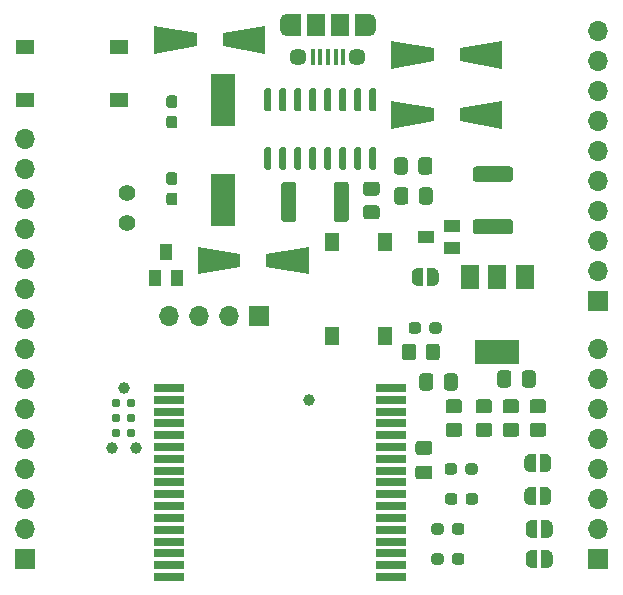
<source format=gbr>
G04 #@! TF.GenerationSoftware,KiCad,Pcbnew,5.1.9*
G04 #@! TF.CreationDate,2021-03-23T19:43:02+01:00*
G04 #@! TF.ProjectId,dwm1001-devboard,64776d31-3030-4312-9d64-6576626f6172,1*
G04 #@! TF.SameCoordinates,Original*
G04 #@! TF.FileFunction,Soldermask,Top*
G04 #@! TF.FilePolarity,Negative*
%FSLAX46Y46*%
G04 Gerber Fmt 4.6, Leading zero omitted, Abs format (unit mm)*
G04 Created by KiCad (PCBNEW 5.1.9) date 2021-03-23 19:43:02*
%MOMM*%
%LPD*%
G01*
G04 APERTURE LIST*
%ADD10R,2.000000X4.500000*%
%ADD11R,1.500000X1.900000*%
%ADD12C,1.450000*%
%ADD13R,0.400000X1.350000*%
%ADD14O,1.200000X1.900000*%
%ADD15R,1.200000X1.900000*%
%ADD16R,1.300000X1.550000*%
%ADD17R,1.550000X1.300000*%
%ADD18O,1.700000X1.700000*%
%ADD19R,1.700000X1.700000*%
%ADD20R,1.500000X2.000000*%
%ADD21R,3.800000X2.000000*%
%ADD22R,2.540000X0.650000*%
%ADD23C,1.000000*%
%ADD24R,1.400000X1.000000*%
%ADD25R,1.000000X1.400000*%
%ADD26C,0.100000*%
%ADD27C,1.400000*%
%ADD28C,0.787400*%
%ADD29C,0.990600*%
G04 APERTURE END LIST*
G36*
G01*
X152574500Y-95471000D02*
X152574500Y-94521000D01*
G75*
G02*
X152824500Y-94271000I250000J0D01*
G01*
X153499500Y-94271000D01*
G75*
G02*
X153749500Y-94521000I0J-250000D01*
G01*
X153749500Y-95471000D01*
G75*
G02*
X153499500Y-95721000I-250000J0D01*
G01*
X152824500Y-95721000D01*
G75*
G02*
X152574500Y-95471000I0J250000D01*
G01*
G37*
G36*
G01*
X150499500Y-95471000D02*
X150499500Y-94521000D01*
G75*
G02*
X150749500Y-94271000I250000J0D01*
G01*
X151424500Y-94271000D01*
G75*
G02*
X151674500Y-94521000I0J-250000D01*
G01*
X151674500Y-95471000D01*
G75*
G02*
X151424500Y-95721000I-250000J0D01*
G01*
X150749500Y-95721000D01*
G75*
G02*
X150499500Y-95471000I0J250000D01*
G01*
G37*
D10*
X127254000Y-79874000D03*
X127254000Y-71374000D03*
G36*
G01*
X139804000Y-75349000D02*
X140104000Y-75349000D01*
G75*
G02*
X140254000Y-75499000I0J-150000D01*
G01*
X140254000Y-77149000D01*
G75*
G02*
X140104000Y-77299000I-150000J0D01*
G01*
X139804000Y-77299000D01*
G75*
G02*
X139654000Y-77149000I0J150000D01*
G01*
X139654000Y-75499000D01*
G75*
G02*
X139804000Y-75349000I150000J0D01*
G01*
G37*
G36*
G01*
X138534000Y-75349000D02*
X138834000Y-75349000D01*
G75*
G02*
X138984000Y-75499000I0J-150000D01*
G01*
X138984000Y-77149000D01*
G75*
G02*
X138834000Y-77299000I-150000J0D01*
G01*
X138534000Y-77299000D01*
G75*
G02*
X138384000Y-77149000I0J150000D01*
G01*
X138384000Y-75499000D01*
G75*
G02*
X138534000Y-75349000I150000J0D01*
G01*
G37*
G36*
G01*
X137264000Y-75349000D02*
X137564000Y-75349000D01*
G75*
G02*
X137714000Y-75499000I0J-150000D01*
G01*
X137714000Y-77149000D01*
G75*
G02*
X137564000Y-77299000I-150000J0D01*
G01*
X137264000Y-77299000D01*
G75*
G02*
X137114000Y-77149000I0J150000D01*
G01*
X137114000Y-75499000D01*
G75*
G02*
X137264000Y-75349000I150000J0D01*
G01*
G37*
G36*
G01*
X135994000Y-75349000D02*
X136294000Y-75349000D01*
G75*
G02*
X136444000Y-75499000I0J-150000D01*
G01*
X136444000Y-77149000D01*
G75*
G02*
X136294000Y-77299000I-150000J0D01*
G01*
X135994000Y-77299000D01*
G75*
G02*
X135844000Y-77149000I0J150000D01*
G01*
X135844000Y-75499000D01*
G75*
G02*
X135994000Y-75349000I150000J0D01*
G01*
G37*
G36*
G01*
X134724000Y-75349000D02*
X135024000Y-75349000D01*
G75*
G02*
X135174000Y-75499000I0J-150000D01*
G01*
X135174000Y-77149000D01*
G75*
G02*
X135024000Y-77299000I-150000J0D01*
G01*
X134724000Y-77299000D01*
G75*
G02*
X134574000Y-77149000I0J150000D01*
G01*
X134574000Y-75499000D01*
G75*
G02*
X134724000Y-75349000I150000J0D01*
G01*
G37*
G36*
G01*
X133454000Y-75349000D02*
X133754000Y-75349000D01*
G75*
G02*
X133904000Y-75499000I0J-150000D01*
G01*
X133904000Y-77149000D01*
G75*
G02*
X133754000Y-77299000I-150000J0D01*
G01*
X133454000Y-77299000D01*
G75*
G02*
X133304000Y-77149000I0J150000D01*
G01*
X133304000Y-75499000D01*
G75*
G02*
X133454000Y-75349000I150000J0D01*
G01*
G37*
G36*
G01*
X132184000Y-75349000D02*
X132484000Y-75349000D01*
G75*
G02*
X132634000Y-75499000I0J-150000D01*
G01*
X132634000Y-77149000D01*
G75*
G02*
X132484000Y-77299000I-150000J0D01*
G01*
X132184000Y-77299000D01*
G75*
G02*
X132034000Y-77149000I0J150000D01*
G01*
X132034000Y-75499000D01*
G75*
G02*
X132184000Y-75349000I150000J0D01*
G01*
G37*
G36*
G01*
X130914000Y-75349000D02*
X131214000Y-75349000D01*
G75*
G02*
X131364000Y-75499000I0J-150000D01*
G01*
X131364000Y-77149000D01*
G75*
G02*
X131214000Y-77299000I-150000J0D01*
G01*
X130914000Y-77299000D01*
G75*
G02*
X130764000Y-77149000I0J150000D01*
G01*
X130764000Y-75499000D01*
G75*
G02*
X130914000Y-75349000I150000J0D01*
G01*
G37*
G36*
G01*
X130914000Y-70399000D02*
X131214000Y-70399000D01*
G75*
G02*
X131364000Y-70549000I0J-150000D01*
G01*
X131364000Y-72199000D01*
G75*
G02*
X131214000Y-72349000I-150000J0D01*
G01*
X130914000Y-72349000D01*
G75*
G02*
X130764000Y-72199000I0J150000D01*
G01*
X130764000Y-70549000D01*
G75*
G02*
X130914000Y-70399000I150000J0D01*
G01*
G37*
G36*
G01*
X132184000Y-70399000D02*
X132484000Y-70399000D01*
G75*
G02*
X132634000Y-70549000I0J-150000D01*
G01*
X132634000Y-72199000D01*
G75*
G02*
X132484000Y-72349000I-150000J0D01*
G01*
X132184000Y-72349000D01*
G75*
G02*
X132034000Y-72199000I0J150000D01*
G01*
X132034000Y-70549000D01*
G75*
G02*
X132184000Y-70399000I150000J0D01*
G01*
G37*
G36*
G01*
X133454000Y-70399000D02*
X133754000Y-70399000D01*
G75*
G02*
X133904000Y-70549000I0J-150000D01*
G01*
X133904000Y-72199000D01*
G75*
G02*
X133754000Y-72349000I-150000J0D01*
G01*
X133454000Y-72349000D01*
G75*
G02*
X133304000Y-72199000I0J150000D01*
G01*
X133304000Y-70549000D01*
G75*
G02*
X133454000Y-70399000I150000J0D01*
G01*
G37*
G36*
G01*
X134724000Y-70399000D02*
X135024000Y-70399000D01*
G75*
G02*
X135174000Y-70549000I0J-150000D01*
G01*
X135174000Y-72199000D01*
G75*
G02*
X135024000Y-72349000I-150000J0D01*
G01*
X134724000Y-72349000D01*
G75*
G02*
X134574000Y-72199000I0J150000D01*
G01*
X134574000Y-70549000D01*
G75*
G02*
X134724000Y-70399000I150000J0D01*
G01*
G37*
G36*
G01*
X135994000Y-70399000D02*
X136294000Y-70399000D01*
G75*
G02*
X136444000Y-70549000I0J-150000D01*
G01*
X136444000Y-72199000D01*
G75*
G02*
X136294000Y-72349000I-150000J0D01*
G01*
X135994000Y-72349000D01*
G75*
G02*
X135844000Y-72199000I0J150000D01*
G01*
X135844000Y-70549000D01*
G75*
G02*
X135994000Y-70399000I150000J0D01*
G01*
G37*
G36*
G01*
X137264000Y-70399000D02*
X137564000Y-70399000D01*
G75*
G02*
X137714000Y-70549000I0J-150000D01*
G01*
X137714000Y-72199000D01*
G75*
G02*
X137564000Y-72349000I-150000J0D01*
G01*
X137264000Y-72349000D01*
G75*
G02*
X137114000Y-72199000I0J150000D01*
G01*
X137114000Y-70549000D01*
G75*
G02*
X137264000Y-70399000I150000J0D01*
G01*
G37*
G36*
G01*
X138534000Y-70399000D02*
X138834000Y-70399000D01*
G75*
G02*
X138984000Y-70549000I0J-150000D01*
G01*
X138984000Y-72199000D01*
G75*
G02*
X138834000Y-72349000I-150000J0D01*
G01*
X138534000Y-72349000D01*
G75*
G02*
X138384000Y-72199000I0J150000D01*
G01*
X138384000Y-70549000D01*
G75*
G02*
X138534000Y-70399000I150000J0D01*
G01*
G37*
G36*
G01*
X139804000Y-70399000D02*
X140104000Y-70399000D01*
G75*
G02*
X140254000Y-70549000I0J-150000D01*
G01*
X140254000Y-72199000D01*
G75*
G02*
X140104000Y-72349000I-150000J0D01*
G01*
X139804000Y-72349000D01*
G75*
G02*
X139654000Y-72199000I0J150000D01*
G01*
X139654000Y-70549000D01*
G75*
G02*
X139804000Y-70399000I150000J0D01*
G01*
G37*
D11*
X135144000Y-65024000D03*
D12*
X138644000Y-67724000D03*
D13*
X136794000Y-67724000D03*
X137444000Y-67724000D03*
X134844000Y-67724000D03*
X135494000Y-67724000D03*
X136144000Y-67724000D03*
D12*
X133644000Y-67724000D03*
D11*
X137144000Y-65024000D03*
D14*
X139644000Y-65024000D03*
X132644000Y-65024000D03*
D15*
X133244000Y-65024000D03*
X139044000Y-65024000D03*
D16*
X136470000Y-91351000D03*
X140970000Y-91351000D03*
X140970000Y-83401000D03*
X136470000Y-83401000D03*
D17*
X118440000Y-71374000D03*
X118440000Y-66874000D03*
X110490000Y-66874000D03*
X110490000Y-71374000D03*
G36*
G01*
X143618000Y-92259999D02*
X143618000Y-93160001D01*
G75*
G02*
X143368001Y-93410000I-249999J0D01*
G01*
X142667999Y-93410000D01*
G75*
G02*
X142418000Y-93160001I0J249999D01*
G01*
X142418000Y-92259999D01*
G75*
G02*
X142667999Y-92010000I249999J0D01*
G01*
X143368001Y-92010000D01*
G75*
G02*
X143618000Y-92259999I0J-249999D01*
G01*
G37*
G36*
G01*
X145618000Y-92259999D02*
X145618000Y-93160001D01*
G75*
G02*
X145368001Y-93410000I-249999J0D01*
G01*
X144667999Y-93410000D01*
G75*
G02*
X144418000Y-93160001I0J249999D01*
G01*
X144418000Y-92259999D01*
G75*
G02*
X144667999Y-92010000I249999J0D01*
G01*
X145368001Y-92010000D01*
G75*
G02*
X145618000Y-92259999I0J-249999D01*
G01*
G37*
G36*
G01*
X153473999Y-98714000D02*
X154374001Y-98714000D01*
G75*
G02*
X154624000Y-98963999I0J-249999D01*
G01*
X154624000Y-99664001D01*
G75*
G02*
X154374001Y-99914000I-249999J0D01*
G01*
X153473999Y-99914000D01*
G75*
G02*
X153224000Y-99664001I0J249999D01*
G01*
X153224000Y-98963999D01*
G75*
G02*
X153473999Y-98714000I249999J0D01*
G01*
G37*
G36*
G01*
X153473999Y-96714000D02*
X154374001Y-96714000D01*
G75*
G02*
X154624000Y-96963999I0J-249999D01*
G01*
X154624000Y-97664001D01*
G75*
G02*
X154374001Y-97914000I-249999J0D01*
G01*
X153473999Y-97914000D01*
G75*
G02*
X153224000Y-97664001I0J249999D01*
G01*
X153224000Y-96963999D01*
G75*
G02*
X153473999Y-96714000I249999J0D01*
G01*
G37*
G36*
G01*
X151187999Y-98714000D02*
X152088001Y-98714000D01*
G75*
G02*
X152338000Y-98963999I0J-249999D01*
G01*
X152338000Y-99664001D01*
G75*
G02*
X152088001Y-99914000I-249999J0D01*
G01*
X151187999Y-99914000D01*
G75*
G02*
X150938000Y-99664001I0J249999D01*
G01*
X150938000Y-98963999D01*
G75*
G02*
X151187999Y-98714000I249999J0D01*
G01*
G37*
G36*
G01*
X151187999Y-96714000D02*
X152088001Y-96714000D01*
G75*
G02*
X152338000Y-96963999I0J-249999D01*
G01*
X152338000Y-97664001D01*
G75*
G02*
X152088001Y-97914000I-249999J0D01*
G01*
X151187999Y-97914000D01*
G75*
G02*
X150938000Y-97664001I0J249999D01*
G01*
X150938000Y-96963999D01*
G75*
G02*
X151187999Y-96714000I249999J0D01*
G01*
G37*
G36*
G01*
X148901999Y-98714000D02*
X149802001Y-98714000D01*
G75*
G02*
X150052000Y-98963999I0J-249999D01*
G01*
X150052000Y-99664001D01*
G75*
G02*
X149802001Y-99914000I-249999J0D01*
G01*
X148901999Y-99914000D01*
G75*
G02*
X148652000Y-99664001I0J249999D01*
G01*
X148652000Y-98963999D01*
G75*
G02*
X148901999Y-98714000I249999J0D01*
G01*
G37*
G36*
G01*
X148901999Y-96714000D02*
X149802001Y-96714000D01*
G75*
G02*
X150052000Y-96963999I0J-249999D01*
G01*
X150052000Y-97664001D01*
G75*
G02*
X149802001Y-97914000I-249999J0D01*
G01*
X148901999Y-97914000D01*
G75*
G02*
X148652000Y-97664001I0J249999D01*
G01*
X148652000Y-96963999D01*
G75*
G02*
X148901999Y-96714000I249999J0D01*
G01*
G37*
G36*
G01*
X146361999Y-98714000D02*
X147262001Y-98714000D01*
G75*
G02*
X147512000Y-98963999I0J-249999D01*
G01*
X147512000Y-99664001D01*
G75*
G02*
X147262001Y-99914000I-249999J0D01*
G01*
X146361999Y-99914000D01*
G75*
G02*
X146112000Y-99664001I0J249999D01*
G01*
X146112000Y-98963999D01*
G75*
G02*
X146361999Y-98714000I249999J0D01*
G01*
G37*
G36*
G01*
X146361999Y-96714000D02*
X147262001Y-96714000D01*
G75*
G02*
X147512000Y-96963999I0J-249999D01*
G01*
X147512000Y-97664001D01*
G75*
G02*
X147262001Y-97914000I-249999J0D01*
G01*
X146361999Y-97914000D01*
G75*
G02*
X146112000Y-97664001I0J249999D01*
G01*
X146112000Y-96963999D01*
G75*
G02*
X146361999Y-96714000I249999J0D01*
G01*
G37*
G36*
G01*
X133487000Y-78560000D02*
X133487000Y-81460000D01*
G75*
G02*
X133237000Y-81710000I-250000J0D01*
G01*
X132437000Y-81710000D01*
G75*
G02*
X132187000Y-81460000I0J250000D01*
G01*
X132187000Y-78560000D01*
G75*
G02*
X132437000Y-78310000I250000J0D01*
G01*
X133237000Y-78310000D01*
G75*
G02*
X133487000Y-78560000I0J-250000D01*
G01*
G37*
G36*
G01*
X137937000Y-78560000D02*
X137937000Y-81460000D01*
G75*
G02*
X137687000Y-81710000I-250000J0D01*
G01*
X136887000Y-81710000D01*
G75*
G02*
X136637000Y-81460000I0J250000D01*
G01*
X136637000Y-78560000D01*
G75*
G02*
X136887000Y-78310000I250000J0D01*
G01*
X137687000Y-78310000D01*
G75*
G02*
X137937000Y-78560000I0J-250000D01*
G01*
G37*
G36*
G01*
X151564000Y-78308000D02*
X148664000Y-78308000D01*
G75*
G02*
X148414000Y-78058000I0J250000D01*
G01*
X148414000Y-77258000D01*
G75*
G02*
X148664000Y-77008000I250000J0D01*
G01*
X151564000Y-77008000D01*
G75*
G02*
X151814000Y-77258000I0J-250000D01*
G01*
X151814000Y-78058000D01*
G75*
G02*
X151564000Y-78308000I-250000J0D01*
G01*
G37*
G36*
G01*
X151564000Y-82758000D02*
X148664000Y-82758000D01*
G75*
G02*
X148414000Y-82508000I0J250000D01*
G01*
X148414000Y-81708000D01*
G75*
G02*
X148664000Y-81458000I250000J0D01*
G01*
X151564000Y-81458000D01*
G75*
G02*
X151814000Y-81708000I0J-250000D01*
G01*
X151814000Y-82508000D01*
G75*
G02*
X151564000Y-82758000I-250000J0D01*
G01*
G37*
D18*
X122682000Y-89662000D03*
X125222000Y-89662000D03*
X127762000Y-89662000D03*
D19*
X130302000Y-89662000D03*
D20*
X152795000Y-86385000D03*
X148195000Y-86385000D03*
X150495000Y-86385000D03*
D21*
X150495000Y-92685000D03*
D22*
X122660000Y-111762000D03*
X122660000Y-110762000D03*
X122660000Y-109762000D03*
X122660000Y-108762000D03*
X122660000Y-107762000D03*
X122660000Y-106762000D03*
X122660000Y-105762000D03*
X122660000Y-104762000D03*
X122660000Y-103762000D03*
X122660000Y-102762000D03*
X122660000Y-101762000D03*
X122660000Y-100762000D03*
X122660000Y-99762000D03*
X122660000Y-98762000D03*
X122660000Y-97762000D03*
X122660000Y-96762000D03*
X122660000Y-95762000D03*
X141500000Y-95762000D03*
X141500000Y-96762000D03*
X141500000Y-97762000D03*
X141500000Y-98762000D03*
X141500000Y-99762000D03*
X141500000Y-100762000D03*
X141500000Y-101762000D03*
X141500000Y-102762000D03*
X141500000Y-103762000D03*
X141500000Y-104762000D03*
X141500000Y-105762000D03*
X141500000Y-106762000D03*
X141500000Y-107762000D03*
X141500000Y-108762000D03*
X141500000Y-109762000D03*
X141500000Y-110762000D03*
X141500000Y-111762000D03*
D23*
X134515000Y-96812000D03*
G36*
G01*
X140277001Y-79483000D02*
X139376999Y-79483000D01*
G75*
G02*
X139127000Y-79233001I0J249999D01*
G01*
X139127000Y-78532999D01*
G75*
G02*
X139376999Y-78283000I249999J0D01*
G01*
X140277001Y-78283000D01*
G75*
G02*
X140527000Y-78532999I0J-249999D01*
G01*
X140527000Y-79233001D01*
G75*
G02*
X140277001Y-79483000I-249999J0D01*
G01*
G37*
G36*
G01*
X140277001Y-81483000D02*
X139376999Y-81483000D01*
G75*
G02*
X139127000Y-81233001I0J249999D01*
G01*
X139127000Y-80532999D01*
G75*
G02*
X139376999Y-80283000I249999J0D01*
G01*
X140277001Y-80283000D01*
G75*
G02*
X140527000Y-80532999I0J-249999D01*
G01*
X140527000Y-81233001D01*
G75*
G02*
X140277001Y-81483000I-249999J0D01*
G01*
G37*
D24*
X144485000Y-82992000D03*
X146685000Y-82042000D03*
X146685000Y-83942000D03*
D25*
X121478000Y-86444000D03*
X123378000Y-86444000D03*
X122428000Y-84244000D03*
D26*
G36*
X143734000Y-87109398D02*
G01*
X143709466Y-87109398D01*
X143660635Y-87104588D01*
X143612510Y-87095016D01*
X143565555Y-87080772D01*
X143520222Y-87061995D01*
X143476949Y-87038864D01*
X143436150Y-87011604D01*
X143398221Y-86980476D01*
X143363524Y-86945779D01*
X143332396Y-86907850D01*
X143305136Y-86867051D01*
X143282005Y-86823778D01*
X143263228Y-86778445D01*
X143248984Y-86731490D01*
X143239412Y-86683365D01*
X143234602Y-86634534D01*
X143234602Y-86610000D01*
X143234000Y-86610000D01*
X143234000Y-86110000D01*
X143234602Y-86110000D01*
X143234602Y-86085466D01*
X143239412Y-86036635D01*
X143248984Y-85988510D01*
X143263228Y-85941555D01*
X143282005Y-85896222D01*
X143305136Y-85852949D01*
X143332396Y-85812150D01*
X143363524Y-85774221D01*
X143398221Y-85739524D01*
X143436150Y-85708396D01*
X143476949Y-85681136D01*
X143520222Y-85658005D01*
X143565555Y-85639228D01*
X143612510Y-85624984D01*
X143660635Y-85615412D01*
X143709466Y-85610602D01*
X143734000Y-85610602D01*
X143734000Y-85610000D01*
X144234000Y-85610000D01*
X144234000Y-87110000D01*
X143734000Y-87110000D01*
X143734000Y-87109398D01*
G37*
G36*
X144534000Y-85610000D02*
G01*
X145034000Y-85610000D01*
X145034000Y-85610602D01*
X145058534Y-85610602D01*
X145107365Y-85615412D01*
X145155490Y-85624984D01*
X145202445Y-85639228D01*
X145247778Y-85658005D01*
X145291051Y-85681136D01*
X145331850Y-85708396D01*
X145369779Y-85739524D01*
X145404476Y-85774221D01*
X145435604Y-85812150D01*
X145462864Y-85852949D01*
X145485995Y-85896222D01*
X145504772Y-85941555D01*
X145519016Y-85988510D01*
X145528588Y-86036635D01*
X145533398Y-86085466D01*
X145533398Y-86110000D01*
X145534000Y-86110000D01*
X145534000Y-86610000D01*
X145533398Y-86610000D01*
X145533398Y-86634534D01*
X145528588Y-86683365D01*
X145519016Y-86731490D01*
X145504772Y-86778445D01*
X145485995Y-86823778D01*
X145462864Y-86867051D01*
X145435604Y-86907850D01*
X145404476Y-86945779D01*
X145369779Y-86980476D01*
X145331850Y-87011604D01*
X145291051Y-87038864D01*
X145247778Y-87061995D01*
X145202445Y-87080772D01*
X145155490Y-87095016D01*
X145107365Y-87104588D01*
X145058534Y-87109398D01*
X145034000Y-87109398D01*
X145034000Y-87110000D01*
X144534000Y-87110000D01*
X144534000Y-85610000D01*
G37*
G36*
X154574000Y-101358602D02*
G01*
X154598534Y-101358602D01*
X154647365Y-101363412D01*
X154695490Y-101372984D01*
X154742445Y-101387228D01*
X154787778Y-101406005D01*
X154831051Y-101429136D01*
X154871850Y-101456396D01*
X154909779Y-101487524D01*
X154944476Y-101522221D01*
X154975604Y-101560150D01*
X155002864Y-101600949D01*
X155025995Y-101644222D01*
X155044772Y-101689555D01*
X155059016Y-101736510D01*
X155068588Y-101784635D01*
X155073398Y-101833466D01*
X155073398Y-101858000D01*
X155074000Y-101858000D01*
X155074000Y-102358000D01*
X155073398Y-102358000D01*
X155073398Y-102382534D01*
X155068588Y-102431365D01*
X155059016Y-102479490D01*
X155044772Y-102526445D01*
X155025995Y-102571778D01*
X155002864Y-102615051D01*
X154975604Y-102655850D01*
X154944476Y-102693779D01*
X154909779Y-102728476D01*
X154871850Y-102759604D01*
X154831051Y-102786864D01*
X154787778Y-102809995D01*
X154742445Y-102828772D01*
X154695490Y-102843016D01*
X154647365Y-102852588D01*
X154598534Y-102857398D01*
X154574000Y-102857398D01*
X154574000Y-102858000D01*
X154074000Y-102858000D01*
X154074000Y-101358000D01*
X154574000Y-101358000D01*
X154574000Y-101358602D01*
G37*
G36*
X153774000Y-102858000D02*
G01*
X153274000Y-102858000D01*
X153274000Y-102857398D01*
X153249466Y-102857398D01*
X153200635Y-102852588D01*
X153152510Y-102843016D01*
X153105555Y-102828772D01*
X153060222Y-102809995D01*
X153016949Y-102786864D01*
X152976150Y-102759604D01*
X152938221Y-102728476D01*
X152903524Y-102693779D01*
X152872396Y-102655850D01*
X152845136Y-102615051D01*
X152822005Y-102571778D01*
X152803228Y-102526445D01*
X152788984Y-102479490D01*
X152779412Y-102431365D01*
X152774602Y-102382534D01*
X152774602Y-102358000D01*
X152774000Y-102358000D01*
X152774000Y-101858000D01*
X152774602Y-101858000D01*
X152774602Y-101833466D01*
X152779412Y-101784635D01*
X152788984Y-101736510D01*
X152803228Y-101689555D01*
X152822005Y-101644222D01*
X152845136Y-101600949D01*
X152872396Y-101560150D01*
X152903524Y-101522221D01*
X152938221Y-101487524D01*
X152976150Y-101456396D01*
X153016949Y-101429136D01*
X153060222Y-101406005D01*
X153105555Y-101387228D01*
X153152510Y-101372984D01*
X153200635Y-101363412D01*
X153249466Y-101358602D01*
X153274000Y-101358602D01*
X153274000Y-101358000D01*
X153774000Y-101358000D01*
X153774000Y-102858000D01*
G37*
G36*
X154574000Y-104152602D02*
G01*
X154598534Y-104152602D01*
X154647365Y-104157412D01*
X154695490Y-104166984D01*
X154742445Y-104181228D01*
X154787778Y-104200005D01*
X154831051Y-104223136D01*
X154871850Y-104250396D01*
X154909779Y-104281524D01*
X154944476Y-104316221D01*
X154975604Y-104354150D01*
X155002864Y-104394949D01*
X155025995Y-104438222D01*
X155044772Y-104483555D01*
X155059016Y-104530510D01*
X155068588Y-104578635D01*
X155073398Y-104627466D01*
X155073398Y-104652000D01*
X155074000Y-104652000D01*
X155074000Y-105152000D01*
X155073398Y-105152000D01*
X155073398Y-105176534D01*
X155068588Y-105225365D01*
X155059016Y-105273490D01*
X155044772Y-105320445D01*
X155025995Y-105365778D01*
X155002864Y-105409051D01*
X154975604Y-105449850D01*
X154944476Y-105487779D01*
X154909779Y-105522476D01*
X154871850Y-105553604D01*
X154831051Y-105580864D01*
X154787778Y-105603995D01*
X154742445Y-105622772D01*
X154695490Y-105637016D01*
X154647365Y-105646588D01*
X154598534Y-105651398D01*
X154574000Y-105651398D01*
X154574000Y-105652000D01*
X154074000Y-105652000D01*
X154074000Y-104152000D01*
X154574000Y-104152000D01*
X154574000Y-104152602D01*
G37*
G36*
X153774000Y-105652000D02*
G01*
X153274000Y-105652000D01*
X153274000Y-105651398D01*
X153249466Y-105651398D01*
X153200635Y-105646588D01*
X153152510Y-105637016D01*
X153105555Y-105622772D01*
X153060222Y-105603995D01*
X153016949Y-105580864D01*
X152976150Y-105553604D01*
X152938221Y-105522476D01*
X152903524Y-105487779D01*
X152872396Y-105449850D01*
X152845136Y-105409051D01*
X152822005Y-105365778D01*
X152803228Y-105320445D01*
X152788984Y-105273490D01*
X152779412Y-105225365D01*
X152774602Y-105176534D01*
X152774602Y-105152000D01*
X152774000Y-105152000D01*
X152774000Y-104652000D01*
X152774602Y-104652000D01*
X152774602Y-104627466D01*
X152779412Y-104578635D01*
X152788984Y-104530510D01*
X152803228Y-104483555D01*
X152822005Y-104438222D01*
X152845136Y-104394949D01*
X152872396Y-104354150D01*
X152903524Y-104316221D01*
X152938221Y-104281524D01*
X152976150Y-104250396D01*
X153016949Y-104223136D01*
X153060222Y-104200005D01*
X153105555Y-104181228D01*
X153152510Y-104166984D01*
X153200635Y-104157412D01*
X153249466Y-104152602D01*
X153274000Y-104152602D01*
X153274000Y-104152000D01*
X153774000Y-104152000D01*
X153774000Y-105652000D01*
G37*
G36*
X154686000Y-106946602D02*
G01*
X154710534Y-106946602D01*
X154759365Y-106951412D01*
X154807490Y-106960984D01*
X154854445Y-106975228D01*
X154899778Y-106994005D01*
X154943051Y-107017136D01*
X154983850Y-107044396D01*
X155021779Y-107075524D01*
X155056476Y-107110221D01*
X155087604Y-107148150D01*
X155114864Y-107188949D01*
X155137995Y-107232222D01*
X155156772Y-107277555D01*
X155171016Y-107324510D01*
X155180588Y-107372635D01*
X155185398Y-107421466D01*
X155185398Y-107446000D01*
X155186000Y-107446000D01*
X155186000Y-107946000D01*
X155185398Y-107946000D01*
X155185398Y-107970534D01*
X155180588Y-108019365D01*
X155171016Y-108067490D01*
X155156772Y-108114445D01*
X155137995Y-108159778D01*
X155114864Y-108203051D01*
X155087604Y-108243850D01*
X155056476Y-108281779D01*
X155021779Y-108316476D01*
X154983850Y-108347604D01*
X154943051Y-108374864D01*
X154899778Y-108397995D01*
X154854445Y-108416772D01*
X154807490Y-108431016D01*
X154759365Y-108440588D01*
X154710534Y-108445398D01*
X154686000Y-108445398D01*
X154686000Y-108446000D01*
X154186000Y-108446000D01*
X154186000Y-106946000D01*
X154686000Y-106946000D01*
X154686000Y-106946602D01*
G37*
G36*
X153886000Y-108446000D02*
G01*
X153386000Y-108446000D01*
X153386000Y-108445398D01*
X153361466Y-108445398D01*
X153312635Y-108440588D01*
X153264510Y-108431016D01*
X153217555Y-108416772D01*
X153172222Y-108397995D01*
X153128949Y-108374864D01*
X153088150Y-108347604D01*
X153050221Y-108316476D01*
X153015524Y-108281779D01*
X152984396Y-108243850D01*
X152957136Y-108203051D01*
X152934005Y-108159778D01*
X152915228Y-108114445D01*
X152900984Y-108067490D01*
X152891412Y-108019365D01*
X152886602Y-107970534D01*
X152886602Y-107946000D01*
X152886000Y-107946000D01*
X152886000Y-107446000D01*
X152886602Y-107446000D01*
X152886602Y-107421466D01*
X152891412Y-107372635D01*
X152900984Y-107324510D01*
X152915228Y-107277555D01*
X152934005Y-107232222D01*
X152957136Y-107188949D01*
X152984396Y-107148150D01*
X153015524Y-107110221D01*
X153050221Y-107075524D01*
X153088150Y-107044396D01*
X153128949Y-107017136D01*
X153172222Y-106994005D01*
X153217555Y-106975228D01*
X153264510Y-106960984D01*
X153312635Y-106951412D01*
X153361466Y-106946602D01*
X153386000Y-106946602D01*
X153386000Y-106946000D01*
X153886000Y-106946000D01*
X153886000Y-108446000D01*
G37*
G36*
X154686000Y-109486602D02*
G01*
X154710534Y-109486602D01*
X154759365Y-109491412D01*
X154807490Y-109500984D01*
X154854445Y-109515228D01*
X154899778Y-109534005D01*
X154943051Y-109557136D01*
X154983850Y-109584396D01*
X155021779Y-109615524D01*
X155056476Y-109650221D01*
X155087604Y-109688150D01*
X155114864Y-109728949D01*
X155137995Y-109772222D01*
X155156772Y-109817555D01*
X155171016Y-109864510D01*
X155180588Y-109912635D01*
X155185398Y-109961466D01*
X155185398Y-109986000D01*
X155186000Y-109986000D01*
X155186000Y-110486000D01*
X155185398Y-110486000D01*
X155185398Y-110510534D01*
X155180588Y-110559365D01*
X155171016Y-110607490D01*
X155156772Y-110654445D01*
X155137995Y-110699778D01*
X155114864Y-110743051D01*
X155087604Y-110783850D01*
X155056476Y-110821779D01*
X155021779Y-110856476D01*
X154983850Y-110887604D01*
X154943051Y-110914864D01*
X154899778Y-110937995D01*
X154854445Y-110956772D01*
X154807490Y-110971016D01*
X154759365Y-110980588D01*
X154710534Y-110985398D01*
X154686000Y-110985398D01*
X154686000Y-110986000D01*
X154186000Y-110986000D01*
X154186000Y-109486000D01*
X154686000Y-109486000D01*
X154686000Y-109486602D01*
G37*
G36*
X153886000Y-110986000D02*
G01*
X153386000Y-110986000D01*
X153386000Y-110985398D01*
X153361466Y-110985398D01*
X153312635Y-110980588D01*
X153264510Y-110971016D01*
X153217555Y-110956772D01*
X153172222Y-110937995D01*
X153128949Y-110914864D01*
X153088150Y-110887604D01*
X153050221Y-110856476D01*
X153015524Y-110821779D01*
X152984396Y-110783850D01*
X152957136Y-110743051D01*
X152934005Y-110699778D01*
X152915228Y-110654445D01*
X152900984Y-110607490D01*
X152891412Y-110559365D01*
X152886602Y-110510534D01*
X152886602Y-110486000D01*
X152886000Y-110486000D01*
X152886000Y-109986000D01*
X152886602Y-109986000D01*
X152886602Y-109961466D01*
X152891412Y-109912635D01*
X152900984Y-109864510D01*
X152915228Y-109817555D01*
X152934005Y-109772222D01*
X152957136Y-109728949D01*
X152984396Y-109688150D01*
X153015524Y-109650221D01*
X153050221Y-109615524D01*
X153088150Y-109584396D01*
X153128949Y-109557136D01*
X153172222Y-109534005D01*
X153217555Y-109515228D01*
X153264510Y-109500984D01*
X153312635Y-109491412D01*
X153361466Y-109486602D01*
X153386000Y-109486602D01*
X153386000Y-109486000D01*
X153886000Y-109486000D01*
X153886000Y-110986000D01*
G37*
D27*
X119126000Y-81788000D03*
X119126000Y-79248000D03*
D18*
X159004000Y-65536000D03*
X159004000Y-68076000D03*
X159004000Y-70616000D03*
X159004000Y-73156000D03*
X159004000Y-75696000D03*
X159004000Y-78236000D03*
X159004000Y-80776000D03*
X159004000Y-83316000D03*
X159004000Y-85856000D03*
D19*
X159004000Y-88396000D03*
X158990000Y-110236000D03*
D18*
X158990000Y-107696000D03*
X158990000Y-105156000D03*
X158990000Y-102616000D03*
X158990000Y-100076000D03*
X158990000Y-97536000D03*
X158990000Y-94996000D03*
X158990000Y-92456000D03*
D28*
X119507000Y-99568000D03*
X118237000Y-99568000D03*
X119507000Y-98298000D03*
X118237000Y-98298000D03*
X119507000Y-97028000D03*
X118237000Y-97028000D03*
D29*
X118872000Y-95758000D03*
X117856000Y-100838000D03*
X119888000Y-100838000D03*
D18*
X110490000Y-74676000D03*
X110490000Y-77216000D03*
X110490000Y-79756000D03*
X110490000Y-82296000D03*
X110490000Y-84836000D03*
X110490000Y-87376000D03*
X110490000Y-89916000D03*
X110490000Y-92456000D03*
X110490000Y-94996000D03*
X110490000Y-97536000D03*
X110490000Y-100076000D03*
X110490000Y-102616000D03*
X110490000Y-105156000D03*
X110490000Y-107696000D03*
D19*
X110490000Y-110236000D03*
G36*
G01*
X144035000Y-90440500D02*
X144035000Y-90915500D01*
G75*
G02*
X143797500Y-91153000I-237500J0D01*
G01*
X143222500Y-91153000D01*
G75*
G02*
X142985000Y-90915500I0J237500D01*
G01*
X142985000Y-90440500D01*
G75*
G02*
X143222500Y-90203000I237500J0D01*
G01*
X143797500Y-90203000D01*
G75*
G02*
X144035000Y-90440500I0J-237500D01*
G01*
G37*
G36*
G01*
X145785000Y-90440500D02*
X145785000Y-90915500D01*
G75*
G02*
X145547500Y-91153000I-237500J0D01*
G01*
X144972500Y-91153000D01*
G75*
G02*
X144735000Y-90915500I0J237500D01*
G01*
X144735000Y-90440500D01*
G75*
G02*
X144972500Y-90203000I237500J0D01*
G01*
X145547500Y-90203000D01*
G75*
G02*
X145785000Y-90440500I0J-237500D01*
G01*
G37*
G36*
G01*
X147783000Y-102853500D02*
X147783000Y-102378500D01*
G75*
G02*
X148020500Y-102141000I237500J0D01*
G01*
X148595500Y-102141000D01*
G75*
G02*
X148833000Y-102378500I0J-237500D01*
G01*
X148833000Y-102853500D01*
G75*
G02*
X148595500Y-103091000I-237500J0D01*
G01*
X148020500Y-103091000D01*
G75*
G02*
X147783000Y-102853500I0J237500D01*
G01*
G37*
G36*
G01*
X146033000Y-102853500D02*
X146033000Y-102378500D01*
G75*
G02*
X146270500Y-102141000I237500J0D01*
G01*
X146845500Y-102141000D01*
G75*
G02*
X147083000Y-102378500I0J-237500D01*
G01*
X147083000Y-102853500D01*
G75*
G02*
X146845500Y-103091000I-237500J0D01*
G01*
X146270500Y-103091000D01*
G75*
G02*
X146033000Y-102853500I0J237500D01*
G01*
G37*
G36*
G01*
X147811000Y-105393500D02*
X147811000Y-104918500D01*
G75*
G02*
X148048500Y-104681000I237500J0D01*
G01*
X148623500Y-104681000D01*
G75*
G02*
X148861000Y-104918500I0J-237500D01*
G01*
X148861000Y-105393500D01*
G75*
G02*
X148623500Y-105631000I-237500J0D01*
G01*
X148048500Y-105631000D01*
G75*
G02*
X147811000Y-105393500I0J237500D01*
G01*
G37*
G36*
G01*
X146061000Y-105393500D02*
X146061000Y-104918500D01*
G75*
G02*
X146298500Y-104681000I237500J0D01*
G01*
X146873500Y-104681000D01*
G75*
G02*
X147111000Y-104918500I0J-237500D01*
G01*
X147111000Y-105393500D01*
G75*
G02*
X146873500Y-105631000I-237500J0D01*
G01*
X146298500Y-105631000D01*
G75*
G02*
X146061000Y-105393500I0J237500D01*
G01*
G37*
G36*
G01*
X146654000Y-107933500D02*
X146654000Y-107458500D01*
G75*
G02*
X146891500Y-107221000I237500J0D01*
G01*
X147466500Y-107221000D01*
G75*
G02*
X147704000Y-107458500I0J-237500D01*
G01*
X147704000Y-107933500D01*
G75*
G02*
X147466500Y-108171000I-237500J0D01*
G01*
X146891500Y-108171000D01*
G75*
G02*
X146654000Y-107933500I0J237500D01*
G01*
G37*
G36*
G01*
X144904000Y-107933500D02*
X144904000Y-107458500D01*
G75*
G02*
X145141500Y-107221000I237500J0D01*
G01*
X145716500Y-107221000D01*
G75*
G02*
X145954000Y-107458500I0J-237500D01*
G01*
X145954000Y-107933500D01*
G75*
G02*
X145716500Y-108171000I-237500J0D01*
G01*
X145141500Y-108171000D01*
G75*
G02*
X144904000Y-107933500I0J237500D01*
G01*
G37*
G36*
G01*
X146654000Y-110473500D02*
X146654000Y-109998500D01*
G75*
G02*
X146891500Y-109761000I237500J0D01*
G01*
X147466500Y-109761000D01*
G75*
G02*
X147704000Y-109998500I0J-237500D01*
G01*
X147704000Y-110473500D01*
G75*
G02*
X147466500Y-110711000I-237500J0D01*
G01*
X146891500Y-110711000D01*
G75*
G02*
X146654000Y-110473500I0J237500D01*
G01*
G37*
G36*
G01*
X144904000Y-110473500D02*
X144904000Y-109998500D01*
G75*
G02*
X145141500Y-109761000I237500J0D01*
G01*
X145716500Y-109761000D01*
G75*
G02*
X145954000Y-109998500I0J-237500D01*
G01*
X145954000Y-110473500D01*
G75*
G02*
X145716500Y-110711000I-237500J0D01*
G01*
X145141500Y-110711000D01*
G75*
G02*
X144904000Y-110473500I0J237500D01*
G01*
G37*
D26*
G36*
X125115000Y-86113000D02*
G01*
X125115000Y-83813000D01*
X128715000Y-84413000D01*
X128715000Y-85513000D01*
X125115000Y-86113000D01*
G37*
G36*
X134515000Y-83813000D02*
G01*
X134515000Y-86113000D01*
X130915000Y-85513000D01*
X130915000Y-84413000D01*
X134515000Y-83813000D01*
G37*
G36*
X150898000Y-66414000D02*
G01*
X150898000Y-68714000D01*
X147298000Y-68114000D01*
X147298000Y-67014000D01*
X150898000Y-66414000D01*
G37*
G36*
X141498000Y-68714000D02*
G01*
X141498000Y-66414000D01*
X145098000Y-67014000D01*
X145098000Y-68114000D01*
X141498000Y-68714000D01*
G37*
G36*
X121432000Y-67444000D02*
G01*
X121432000Y-65144000D01*
X125032000Y-65744000D01*
X125032000Y-66844000D01*
X121432000Y-67444000D01*
G37*
G36*
X130832000Y-65144000D02*
G01*
X130832000Y-67444000D01*
X127232000Y-66844000D01*
X127232000Y-65744000D01*
X130832000Y-65144000D01*
G37*
G36*
X150898000Y-71494000D02*
G01*
X150898000Y-73794000D01*
X147298000Y-73194000D01*
X147298000Y-72094000D01*
X150898000Y-71494000D01*
G37*
G36*
X141498000Y-73794000D02*
G01*
X141498000Y-71494000D01*
X145098000Y-72094000D01*
X145098000Y-73194000D01*
X141498000Y-73794000D01*
G37*
G36*
G01*
X145970500Y-95725000D02*
X145970500Y-94775000D01*
G75*
G02*
X146220500Y-94525000I250000J0D01*
G01*
X146895500Y-94525000D01*
G75*
G02*
X147145500Y-94775000I0J-250000D01*
G01*
X147145500Y-95725000D01*
G75*
G02*
X146895500Y-95975000I-250000J0D01*
G01*
X146220500Y-95975000D01*
G75*
G02*
X145970500Y-95725000I0J250000D01*
G01*
G37*
G36*
G01*
X143895500Y-95725000D02*
X143895500Y-94775000D01*
G75*
G02*
X144145500Y-94525000I250000J0D01*
G01*
X144820500Y-94525000D01*
G75*
G02*
X145070500Y-94775000I0J-250000D01*
G01*
X145070500Y-95725000D01*
G75*
G02*
X144820500Y-95975000I-250000J0D01*
G01*
X144145500Y-95975000D01*
G75*
G02*
X143895500Y-95725000I0J250000D01*
G01*
G37*
G36*
G01*
X143797000Y-102325500D02*
X144747000Y-102325500D01*
G75*
G02*
X144997000Y-102575500I0J-250000D01*
G01*
X144997000Y-103250500D01*
G75*
G02*
X144747000Y-103500500I-250000J0D01*
G01*
X143797000Y-103500500D01*
G75*
G02*
X143547000Y-103250500I0J250000D01*
G01*
X143547000Y-102575500D01*
G75*
G02*
X143797000Y-102325500I250000J0D01*
G01*
G37*
G36*
G01*
X143797000Y-100250500D02*
X144747000Y-100250500D01*
G75*
G02*
X144997000Y-100500500I0J-250000D01*
G01*
X144997000Y-101175500D01*
G75*
G02*
X144747000Y-101425500I-250000J0D01*
G01*
X143797000Y-101425500D01*
G75*
G02*
X143547000Y-101175500I0J250000D01*
G01*
X143547000Y-100500500D01*
G75*
G02*
X143797000Y-100250500I250000J0D01*
G01*
G37*
G36*
G01*
X143811500Y-77437000D02*
X143811500Y-76487000D01*
G75*
G02*
X144061500Y-76237000I250000J0D01*
G01*
X144736500Y-76237000D01*
G75*
G02*
X144986500Y-76487000I0J-250000D01*
G01*
X144986500Y-77437000D01*
G75*
G02*
X144736500Y-77687000I-250000J0D01*
G01*
X144061500Y-77687000D01*
G75*
G02*
X143811500Y-77437000I0J250000D01*
G01*
G37*
G36*
G01*
X141736500Y-77437000D02*
X141736500Y-76487000D01*
G75*
G02*
X141986500Y-76237000I250000J0D01*
G01*
X142661500Y-76237000D01*
G75*
G02*
X142911500Y-76487000I0J-250000D01*
G01*
X142911500Y-77437000D01*
G75*
G02*
X142661500Y-77687000I-250000J0D01*
G01*
X141986500Y-77687000D01*
G75*
G02*
X141736500Y-77437000I0J250000D01*
G01*
G37*
G36*
G01*
X143854500Y-79977000D02*
X143854500Y-79027000D01*
G75*
G02*
X144104500Y-78777000I250000J0D01*
G01*
X144779500Y-78777000D01*
G75*
G02*
X145029500Y-79027000I0J-250000D01*
G01*
X145029500Y-79977000D01*
G75*
G02*
X144779500Y-80227000I-250000J0D01*
G01*
X144104500Y-80227000D01*
G75*
G02*
X143854500Y-79977000I0J250000D01*
G01*
G37*
G36*
G01*
X141779500Y-79977000D02*
X141779500Y-79027000D01*
G75*
G02*
X142029500Y-78777000I250000J0D01*
G01*
X142704500Y-78777000D01*
G75*
G02*
X142954500Y-79027000I0J-250000D01*
G01*
X142954500Y-79977000D01*
G75*
G02*
X142704500Y-80227000I-250000J0D01*
G01*
X142029500Y-80227000D01*
G75*
G02*
X141779500Y-79977000I0J250000D01*
G01*
G37*
G36*
G01*
X122698500Y-72715000D02*
X123173500Y-72715000D01*
G75*
G02*
X123411000Y-72952500I0J-237500D01*
G01*
X123411000Y-73552500D01*
G75*
G02*
X123173500Y-73790000I-237500J0D01*
G01*
X122698500Y-73790000D01*
G75*
G02*
X122461000Y-73552500I0J237500D01*
G01*
X122461000Y-72952500D01*
G75*
G02*
X122698500Y-72715000I237500J0D01*
G01*
G37*
G36*
G01*
X122698500Y-70990000D02*
X123173500Y-70990000D01*
G75*
G02*
X123411000Y-71227500I0J-237500D01*
G01*
X123411000Y-71827500D01*
G75*
G02*
X123173500Y-72065000I-237500J0D01*
G01*
X122698500Y-72065000D01*
G75*
G02*
X122461000Y-71827500I0J237500D01*
G01*
X122461000Y-71227500D01*
G75*
G02*
X122698500Y-70990000I237500J0D01*
G01*
G37*
G36*
G01*
X123173500Y-78568500D02*
X122698500Y-78568500D01*
G75*
G02*
X122461000Y-78331000I0J237500D01*
G01*
X122461000Y-77731000D01*
G75*
G02*
X122698500Y-77493500I237500J0D01*
G01*
X123173500Y-77493500D01*
G75*
G02*
X123411000Y-77731000I0J-237500D01*
G01*
X123411000Y-78331000D01*
G75*
G02*
X123173500Y-78568500I-237500J0D01*
G01*
G37*
G36*
G01*
X123173500Y-80293500D02*
X122698500Y-80293500D01*
G75*
G02*
X122461000Y-80056000I0J237500D01*
G01*
X122461000Y-79456000D01*
G75*
G02*
X122698500Y-79218500I237500J0D01*
G01*
X123173500Y-79218500D01*
G75*
G02*
X123411000Y-79456000I0J-237500D01*
G01*
X123411000Y-80056000D01*
G75*
G02*
X123173500Y-80293500I-237500J0D01*
G01*
G37*
M02*

</source>
